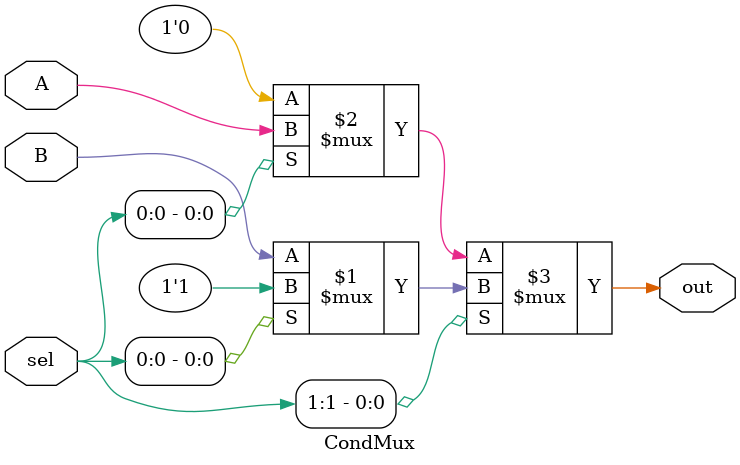
<source format=v>
`timescale 1ns / 1ps

module CondMux(
input[1:0] sel,
input A,
input B,
output out
);
    
    assign out = sel[1] ? (sel[0]? 1'b1 : B) : (sel[0] ? A : 1'b0);

endmodule

</source>
